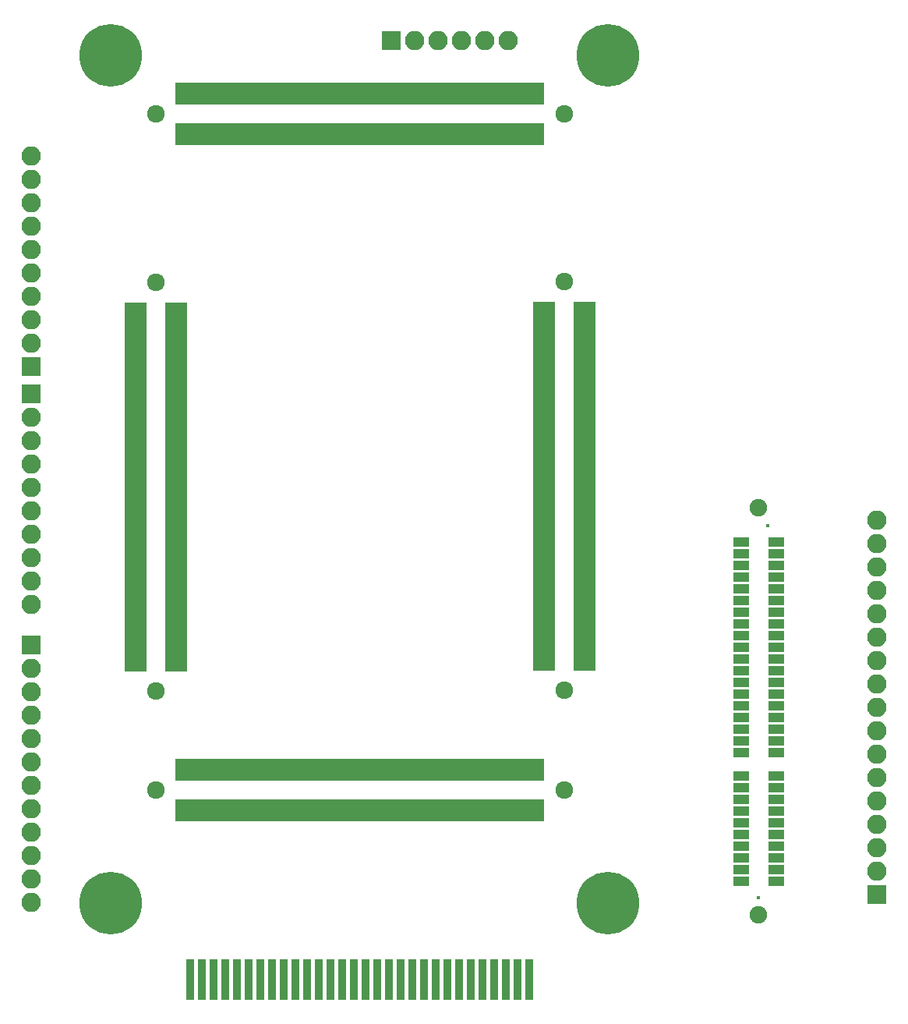
<source format=gbr>
G04 #@! TF.GenerationSoftware,KiCad,Pcbnew,5.0.0*
G04 #@! TF.CreationDate,2018-07-28T18:21:50-05:00*
G04 #@! TF.ProjectId,breakout,627265616B6F75742E6B696361645F70,rev?*
G04 #@! TF.SameCoordinates,Original*
G04 #@! TF.FileFunction,Soldermask,Top*
G04 #@! TF.FilePolarity,Negative*
%FSLAX46Y46*%
G04 Gerber Fmt 4.6, Leading zero omitted, Abs format (unit mm)*
G04 Created by KiCad (PCBNEW 5.0.0) date Sat Jul 28 18:21:50 2018*
%MOMM*%
%LPD*%
G01*
G04 APERTURE LIST*
%ADD10R,2.400000X0.900000*%
%ADD11C,1.924000*%
%ADD12R,0.900000X2.400000*%
%ADD13R,0.960000X4.400000*%
%ADD14C,6.800000*%
%ADD15R,2.100000X2.100000*%
%ADD16O,2.100000X2.100000*%
%ADD17R,1.750000X1.060000*%
%ADD18C,0.400000*%
%ADD19C,1.900000*%
G04 APERTURE END LIST*
D10*
G04 #@! TO.C,P4*
X145024200Y-94446000D03*
X140624200Y-94446000D03*
X145024200Y-95246000D03*
X140624200Y-95246000D03*
X145024200Y-96046000D03*
X140624200Y-96046000D03*
X145024200Y-96846000D03*
X140624200Y-96846000D03*
X145024200Y-97646000D03*
X140624200Y-97646000D03*
X145024200Y-98446000D03*
X140624200Y-98446000D03*
X145024200Y-99246000D03*
X140624200Y-99246000D03*
X145024200Y-100046000D03*
X140624200Y-100046000D03*
X145024200Y-100846000D03*
X140624200Y-100846000D03*
X145024200Y-101646000D03*
X140624200Y-101646000D03*
X145024200Y-102446000D03*
X140624200Y-102446000D03*
X145024200Y-103246000D03*
X140624200Y-103246000D03*
X145024200Y-104046000D03*
X140624200Y-104046000D03*
X145024200Y-104846000D03*
X140624200Y-104846000D03*
X145024200Y-105646000D03*
X140624200Y-105646000D03*
X145024200Y-106446000D03*
X140624200Y-106446000D03*
X145024200Y-107246000D03*
X140624200Y-107246000D03*
X145024200Y-108046000D03*
X140624200Y-108046000D03*
X145024200Y-108846000D03*
X140624200Y-108846000D03*
X145024200Y-109646000D03*
X140624200Y-109646000D03*
X145024200Y-110446000D03*
X140624200Y-110446000D03*
X145024200Y-111246000D03*
X140624200Y-111246000D03*
X145024200Y-112046000D03*
X140624200Y-112046000D03*
X145024200Y-112846000D03*
X140624200Y-112846000D03*
X145024200Y-113646000D03*
X140624200Y-113646000D03*
X145024200Y-114446000D03*
X140624200Y-114446000D03*
X145024200Y-115246000D03*
X140624200Y-115246000D03*
X145024200Y-116046000D03*
X140624200Y-116046000D03*
X145024200Y-116846000D03*
X140624200Y-116846000D03*
X145024200Y-117646000D03*
X140624200Y-117646000D03*
X145024200Y-118446000D03*
X140624200Y-118446000D03*
X145024200Y-119246000D03*
X140624200Y-119246000D03*
X145024200Y-120046000D03*
X140624200Y-120046000D03*
X145024200Y-120846000D03*
X140624200Y-120846000D03*
X145024200Y-121646000D03*
X140624200Y-121646000D03*
X145024200Y-122446000D03*
X140624200Y-122446000D03*
X145024200Y-123246000D03*
X140624200Y-123246000D03*
X145024200Y-124046000D03*
X140624200Y-124046000D03*
X145024200Y-124846000D03*
X140624200Y-124846000D03*
X145024200Y-125646000D03*
X140624200Y-125646000D03*
X145024200Y-126446000D03*
X140624200Y-126446000D03*
X145024200Y-127246000D03*
X140624200Y-127246000D03*
X145024200Y-128046000D03*
X140624200Y-128046000D03*
X145024200Y-128846000D03*
X140624200Y-128846000D03*
X145024200Y-129646000D03*
X140624200Y-129646000D03*
X145024200Y-130446000D03*
X140624200Y-130446000D03*
X145024200Y-131246000D03*
X140624200Y-131246000D03*
X145024200Y-132046000D03*
X140624200Y-132046000D03*
X145024200Y-132846000D03*
X140624200Y-132846000D03*
X145024200Y-133646000D03*
X140624200Y-133646000D03*
D11*
X142824200Y-136220200D03*
X142824200Y-91871800D03*
G04 #@! TD*
D10*
G04 #@! TO.C,P3*
X100675800Y-94522200D03*
X96275800Y-94522200D03*
X100675800Y-95322200D03*
X96275800Y-95322200D03*
X100675800Y-96122200D03*
X96275800Y-96122200D03*
X100675800Y-96922200D03*
X96275800Y-96922200D03*
X100675800Y-97722200D03*
X96275800Y-97722200D03*
X100675800Y-98522200D03*
X96275800Y-98522200D03*
X100675800Y-99322200D03*
X96275800Y-99322200D03*
X100675800Y-100122200D03*
X96275800Y-100122200D03*
X100675800Y-100922200D03*
X96275800Y-100922200D03*
X100675800Y-101722200D03*
X96275800Y-101722200D03*
X100675800Y-102522200D03*
X96275800Y-102522200D03*
X100675800Y-103322200D03*
X96275800Y-103322200D03*
X100675800Y-104122200D03*
X96275800Y-104122200D03*
X100675800Y-104922200D03*
X96275800Y-104922200D03*
X100675800Y-105722200D03*
X96275800Y-105722200D03*
X100675800Y-106522200D03*
X96275800Y-106522200D03*
X100675800Y-107322200D03*
X96275800Y-107322200D03*
X100675800Y-108122200D03*
X96275800Y-108122200D03*
X100675800Y-108922200D03*
X96275800Y-108922200D03*
X100675800Y-109722200D03*
X96275800Y-109722200D03*
X100675800Y-110522200D03*
X96275800Y-110522200D03*
X100675800Y-111322200D03*
X96275800Y-111322200D03*
X100675800Y-112122200D03*
X96275800Y-112122200D03*
X100675800Y-112922200D03*
X96275800Y-112922200D03*
X100675800Y-113722200D03*
X96275800Y-113722200D03*
X100675800Y-114522200D03*
X96275800Y-114522200D03*
X100675800Y-115322200D03*
X96275800Y-115322200D03*
X100675800Y-116122200D03*
X96275800Y-116122200D03*
X100675800Y-116922200D03*
X96275800Y-116922200D03*
X100675800Y-117722200D03*
X96275800Y-117722200D03*
X100675800Y-118522200D03*
X96275800Y-118522200D03*
X100675800Y-119322200D03*
X96275800Y-119322200D03*
X100675800Y-120122200D03*
X96275800Y-120122200D03*
X100675800Y-120922200D03*
X96275800Y-120922200D03*
X100675800Y-121722200D03*
X96275800Y-121722200D03*
X100675800Y-122522200D03*
X96275800Y-122522200D03*
X100675800Y-123322200D03*
X96275800Y-123322200D03*
X100675800Y-124122200D03*
X96275800Y-124122200D03*
X100675800Y-124922200D03*
X96275800Y-124922200D03*
X100675800Y-125722200D03*
X96275800Y-125722200D03*
X100675800Y-126522200D03*
X96275800Y-126522200D03*
X100675800Y-127322200D03*
X96275800Y-127322200D03*
X100675800Y-128122200D03*
X96275800Y-128122200D03*
X100675800Y-128922200D03*
X96275800Y-128922200D03*
X100675800Y-129722200D03*
X96275800Y-129722200D03*
X100675800Y-130522200D03*
X96275800Y-130522200D03*
X100675800Y-131322200D03*
X96275800Y-131322200D03*
X100675800Y-132122200D03*
X96275800Y-132122200D03*
X100675800Y-132922200D03*
X96275800Y-132922200D03*
X100675800Y-133722200D03*
X96275800Y-133722200D03*
D11*
X98475800Y-136296400D03*
X98475800Y-91948000D03*
G04 #@! TD*
D12*
G04 #@! TO.C,P2*
X140250000Y-149266000D03*
X140250000Y-144866000D03*
X139450000Y-149266000D03*
X139450000Y-144866000D03*
X138650000Y-149266000D03*
X138650000Y-144866000D03*
X137850000Y-149266000D03*
X137850000Y-144866000D03*
X137050000Y-149266000D03*
X137050000Y-144866000D03*
X136250000Y-149266000D03*
X136250000Y-144866000D03*
X135450000Y-149266000D03*
X135450000Y-144866000D03*
X134650000Y-149266000D03*
X134650000Y-144866000D03*
X133850000Y-149266000D03*
X133850000Y-144866000D03*
X133050000Y-149266000D03*
X133050000Y-144866000D03*
X132250000Y-149266000D03*
X132250000Y-144866000D03*
X131450000Y-149266000D03*
X131450000Y-144866000D03*
X130650000Y-149266000D03*
X130650000Y-144866000D03*
X129850000Y-149266000D03*
X129850000Y-144866000D03*
X129050000Y-149266000D03*
X129050000Y-144866000D03*
X128250000Y-149266000D03*
X128250000Y-144866000D03*
X127450000Y-149266000D03*
X127450000Y-144866000D03*
X126650000Y-149266000D03*
X126650000Y-144866000D03*
X125850000Y-149266000D03*
X125850000Y-144866000D03*
X125050000Y-149266000D03*
X125050000Y-144866000D03*
X124250000Y-149266000D03*
X124250000Y-144866000D03*
X123450000Y-149266000D03*
X123450000Y-144866000D03*
X122650000Y-149266000D03*
X122650000Y-144866000D03*
X121850000Y-149266000D03*
X121850000Y-144866000D03*
X121050000Y-149266000D03*
X121050000Y-144866000D03*
X120250000Y-149266000D03*
X120250000Y-144866000D03*
X119450000Y-149266000D03*
X119450000Y-144866000D03*
X118650000Y-149266000D03*
X118650000Y-144866000D03*
X117850000Y-149266000D03*
X117850000Y-144866000D03*
X117050000Y-149266000D03*
X117050000Y-144866000D03*
X116250000Y-149266000D03*
X116250000Y-144866000D03*
X115450000Y-149266000D03*
X115450000Y-144866000D03*
X114650000Y-149266000D03*
X114650000Y-144866000D03*
X113850000Y-149266000D03*
X113850000Y-144866000D03*
X113050000Y-149266000D03*
X113050000Y-144866000D03*
X112250000Y-149266000D03*
X112250000Y-144866000D03*
X111450000Y-149266000D03*
X111450000Y-144866000D03*
X110650000Y-149266000D03*
X110650000Y-144866000D03*
X109850000Y-149266000D03*
X109850000Y-144866000D03*
X109050000Y-149266000D03*
X109050000Y-144866000D03*
X108250000Y-149266000D03*
X108250000Y-144866000D03*
X107450000Y-149266000D03*
X107450000Y-144866000D03*
X106650000Y-149266000D03*
X106650000Y-144866000D03*
X105850000Y-149266000D03*
X105850000Y-144866000D03*
X105050000Y-149266000D03*
X105050000Y-144866000D03*
X104250000Y-149266000D03*
X104250000Y-144866000D03*
X103450000Y-149266000D03*
X103450000Y-144866000D03*
X102650000Y-149266000D03*
X102650000Y-144866000D03*
X101850000Y-149266000D03*
X101850000Y-144866000D03*
X101050000Y-149266000D03*
X101050000Y-144866000D03*
D11*
X98475800Y-147066000D03*
X142824200Y-147066000D03*
G04 #@! TD*
D12*
G04 #@! TO.C,P1*
X101050000Y-71460000D03*
X101050000Y-75860000D03*
X101850000Y-71460000D03*
X101850000Y-75860000D03*
X102650000Y-71460000D03*
X102650000Y-75860000D03*
X103450000Y-71460000D03*
X103450000Y-75860000D03*
X104250000Y-71460000D03*
X104250000Y-75860000D03*
X105050000Y-71460000D03*
X105050000Y-75860000D03*
X105850000Y-71460000D03*
X105850000Y-75860000D03*
X106650000Y-71460000D03*
X106650000Y-75860000D03*
X107450000Y-71460000D03*
X107450000Y-75860000D03*
X108250000Y-71460000D03*
X108250000Y-75860000D03*
X109050000Y-71460000D03*
X109050000Y-75860000D03*
X109850000Y-71460000D03*
X109850000Y-75860000D03*
X110650000Y-71460000D03*
X110650000Y-75860000D03*
X111450000Y-71460000D03*
X111450000Y-75860000D03*
X112250000Y-71460000D03*
X112250000Y-75860000D03*
X113050000Y-71460000D03*
X113050000Y-75860000D03*
X113850000Y-71460000D03*
X113850000Y-75860000D03*
X114650000Y-71460000D03*
X114650000Y-75860000D03*
X115450000Y-71460000D03*
X115450000Y-75860000D03*
X116250000Y-71460000D03*
X116250000Y-75860000D03*
X117050000Y-71460000D03*
X117050000Y-75860000D03*
X117850000Y-71460000D03*
X117850000Y-75860000D03*
X118650000Y-71460000D03*
X118650000Y-75860000D03*
X119450000Y-71460000D03*
X119450000Y-75860000D03*
X120250000Y-71460000D03*
X120250000Y-75860000D03*
X121050000Y-71460000D03*
X121050000Y-75860000D03*
X121850000Y-71460000D03*
X121850000Y-75860000D03*
X122650000Y-71460000D03*
X122650000Y-75860000D03*
X123450000Y-71460000D03*
X123450000Y-75860000D03*
X124250000Y-71460000D03*
X124250000Y-75860000D03*
X125050000Y-71460000D03*
X125050000Y-75860000D03*
X125850000Y-71460000D03*
X125850000Y-75860000D03*
X126650000Y-71460000D03*
X126650000Y-75860000D03*
X127450000Y-71460000D03*
X127450000Y-75860000D03*
X128250000Y-71460000D03*
X128250000Y-75860000D03*
X129050000Y-71460000D03*
X129050000Y-75860000D03*
X129850000Y-71460000D03*
X129850000Y-75860000D03*
X130650000Y-71460000D03*
X130650000Y-75860000D03*
X131450000Y-71460000D03*
X131450000Y-75860000D03*
X132250000Y-71460000D03*
X132250000Y-75860000D03*
X133050000Y-71460000D03*
X133050000Y-75860000D03*
X133850000Y-71460000D03*
X133850000Y-75860000D03*
X134650000Y-71460000D03*
X134650000Y-75860000D03*
X135450000Y-71460000D03*
X135450000Y-75860000D03*
X136250000Y-71460000D03*
X136250000Y-75860000D03*
X137050000Y-71460000D03*
X137050000Y-75860000D03*
X137850000Y-71460000D03*
X137850000Y-75860000D03*
X138650000Y-71460000D03*
X138650000Y-75860000D03*
X139450000Y-71460000D03*
X139450000Y-75860000D03*
X140250000Y-71460000D03*
X140250000Y-75860000D03*
D11*
X142824200Y-73660000D03*
X98475800Y-73660000D03*
G04 #@! TD*
D13*
G04 #@! TO.C,P7*
X102168800Y-167600000D03*
X103438800Y-167600000D03*
X104708800Y-167600000D03*
X105978800Y-167600000D03*
X107248800Y-167600000D03*
X108518800Y-167600000D03*
X109788800Y-167600000D03*
X111058800Y-167600000D03*
X112328800Y-167600000D03*
X113598800Y-167600000D03*
X114868800Y-167600000D03*
X116138800Y-167600000D03*
X117408800Y-167600000D03*
X118678800Y-167600000D03*
X119948800Y-167600000D03*
X121218800Y-167600000D03*
X122488800Y-167600000D03*
X123758800Y-167600000D03*
X125028800Y-167600000D03*
X126298800Y-167600000D03*
X127568800Y-167600000D03*
X128838800Y-167600000D03*
X130108800Y-167600000D03*
X131378800Y-167600000D03*
X132648800Y-167600000D03*
X133918800Y-167600000D03*
X135188800Y-167600000D03*
X136458800Y-167600000D03*
X137728800Y-167600000D03*
X138998800Y-167600000D03*
G04 #@! TD*
D14*
G04 #@! TO.C,REF\002A\002A*
X93573600Y-67310000D03*
G04 #@! TD*
G04 #@! TO.C,REF\002A\002A*
X147574000Y-67310000D03*
G04 #@! TD*
G04 #@! TO.C,REF\002A\002A*
X93573600Y-159334400D03*
G04 #@! TD*
G04 #@! TO.C,REF\002A\002A*
X147574000Y-159334400D03*
G04 #@! TD*
D15*
G04 #@! TO.C,J2*
X84937600Y-131267200D03*
D16*
X84937600Y-133807200D03*
X84937600Y-136347200D03*
X84937600Y-138887200D03*
X84937600Y-141427200D03*
X84937600Y-143967200D03*
X84937600Y-146507200D03*
X84937600Y-149047200D03*
X84937600Y-151587200D03*
X84937600Y-154127200D03*
X84937600Y-156667200D03*
X84937600Y-159207200D03*
G04 #@! TD*
D15*
G04 #@! TO.C,J3*
X124079000Y-65659000D03*
D16*
X126619000Y-65659000D03*
X129159000Y-65659000D03*
X131699000Y-65659000D03*
X134239000Y-65659000D03*
X136779000Y-65659000D03*
G04 #@! TD*
D15*
G04 #@! TO.C,J1*
X84963000Y-101092000D03*
D16*
X84963000Y-98552000D03*
X84963000Y-96012000D03*
X84963000Y-93472000D03*
X84963000Y-90932000D03*
X84963000Y-88392000D03*
X84963000Y-85852000D03*
X84963000Y-83312000D03*
X84963000Y-80772000D03*
X84963000Y-78232000D03*
G04 #@! TD*
D17*
G04 #@! TO.C,P5*
X165836600Y-156946600D03*
X162026600Y-156946600D03*
X165836600Y-155676600D03*
X162026600Y-155676600D03*
X165836600Y-154406600D03*
X162026600Y-154406600D03*
X165836600Y-153136600D03*
X162026600Y-153136600D03*
X165836600Y-151866600D03*
X162026600Y-151866600D03*
X165836600Y-150596600D03*
X162026600Y-150596600D03*
X165836600Y-149326600D03*
X162026600Y-149326600D03*
X165836600Y-148056600D03*
X162026600Y-148056600D03*
X165836600Y-146786600D03*
X162026600Y-146786600D03*
X165836600Y-145516600D03*
X162026600Y-145516600D03*
X165836600Y-142976600D03*
X162026600Y-142976600D03*
X165836600Y-141706600D03*
X162026600Y-141706600D03*
X165836600Y-140436600D03*
X162026600Y-140436600D03*
X165836600Y-139166600D03*
X162026600Y-139166600D03*
X165836600Y-137896600D03*
X162026600Y-137896600D03*
X165836600Y-136626600D03*
X162026600Y-136626600D03*
X165836600Y-135356600D03*
X162026600Y-135356600D03*
X165836600Y-134086600D03*
X162026600Y-134086600D03*
X165836600Y-132816600D03*
X162026600Y-132816600D03*
X165836600Y-131546600D03*
X162026600Y-131546600D03*
X165836600Y-130276600D03*
X162026600Y-130276600D03*
X165836600Y-129006600D03*
X162026600Y-129006600D03*
X165836600Y-127736600D03*
X162026600Y-127736600D03*
X165836600Y-126466600D03*
X162026600Y-126466600D03*
X165836600Y-125196600D03*
X162026600Y-125196600D03*
X165836600Y-123926600D03*
X162026600Y-123926600D03*
X165836600Y-122656600D03*
X162026600Y-122656600D03*
X165836600Y-121386600D03*
X162026600Y-121386600D03*
X165836600Y-120116600D03*
X162026600Y-120116600D03*
D18*
X163931600Y-158726600D03*
X164931600Y-118336600D03*
D19*
X163931600Y-160631600D03*
X163931600Y-116431600D03*
G04 #@! TD*
D15*
G04 #@! TO.C,J4*
X176784000Y-158394400D03*
D16*
X176784000Y-155854400D03*
X176784000Y-153314400D03*
X176784000Y-150774400D03*
X176784000Y-148234400D03*
X176784000Y-145694400D03*
X176784000Y-143154400D03*
X176784000Y-140614400D03*
X176784000Y-138074400D03*
X176784000Y-135534400D03*
X176784000Y-132994400D03*
X176784000Y-130454400D03*
X176784000Y-127914400D03*
X176784000Y-125374400D03*
X176784000Y-122834400D03*
X176784000Y-120294400D03*
X176784000Y-117754400D03*
G04 #@! TD*
D15*
G04 #@! TO.C,J5*
X84963000Y-104013000D03*
D16*
X84963000Y-106553000D03*
X84963000Y-109093000D03*
X84963000Y-111633000D03*
X84963000Y-114173000D03*
X84963000Y-116713000D03*
X84963000Y-119253000D03*
X84963000Y-121793000D03*
X84963000Y-124333000D03*
X84963000Y-126873000D03*
G04 #@! TD*
M02*

</source>
